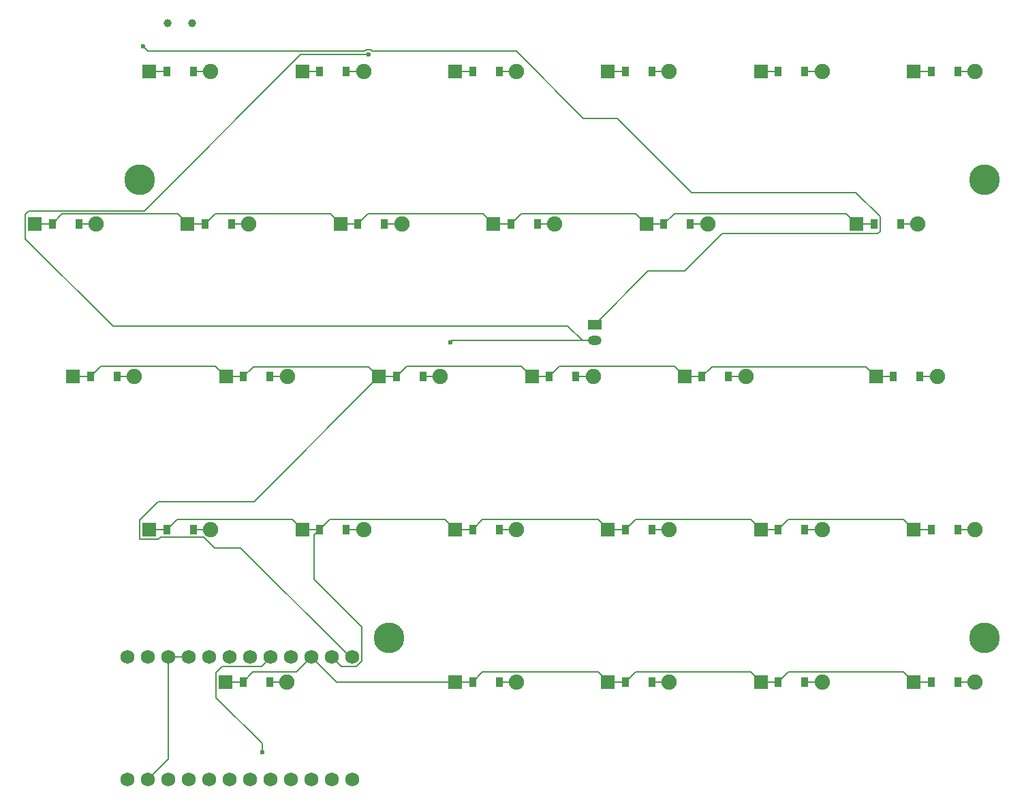
<source format=gbr>
%TF.GenerationSoftware,KiCad,Pcbnew,9.0.7*%
%TF.CreationDate,2026-01-20T23:17:06-08:00*%
%TF.ProjectId,right,72696768-742e-46b6-9963-61645f706362,v1.0.0*%
%TF.SameCoordinates,Original*%
%TF.FileFunction,Copper,L1,Top*%
%TF.FilePolarity,Positive*%
%FSLAX46Y46*%
G04 Gerber Fmt 4.6, Leading zero omitted, Abs format (unit mm)*
G04 Created by KiCad (PCBNEW 9.0.7) date 2026-01-20 23:17:06*
%MOMM*%
%LPD*%
G01*
G04 APERTURE LIST*
%TA.AperFunction,WasherPad*%
%ADD10C,1.000000*%
%TD*%
%TA.AperFunction,ComponentPad*%
%ADD11R,1.778000X1.778000*%
%TD*%
%TA.AperFunction,SMDPad,CuDef*%
%ADD12R,0.900000X1.200000*%
%TD*%
%TA.AperFunction,ComponentPad*%
%ADD13C,1.905000*%
%TD*%
%TA.AperFunction,ComponentPad*%
%ADD14C,3.800000*%
%TD*%
%TA.AperFunction,ComponentPad*%
%ADD15R,1.700000X1.200000*%
%TD*%
%TA.AperFunction,ComponentPad*%
%ADD16O,1.700000X1.200000*%
%TD*%
%TA.AperFunction,ComponentPad*%
%ADD17C,1.752600*%
%TD*%
%TA.AperFunction,ViaPad*%
%ADD18C,0.600000*%
%TD*%
%TA.AperFunction,Conductor*%
%ADD19C,0.200000*%
%TD*%
G04 APERTURE END LIST*
D10*
%TO.P,T1,*%
%TO.N,*%
X267500000Y-64500000D03*
X270500000Y-64500000D03*
%TD*%
D11*
%TO.P,D21,1*%
%TO.N,P029*%
X322190000Y-70500000D03*
D12*
X324350000Y-70500000D03*
%TO.P,D21,2*%
%TO.N,c5_num*%
X327650000Y-70500000D03*
D13*
X329810000Y-70500000D03*
%TD*%
D11*
%TO.P,D27,1*%
%TO.N,P011*%
X360190000Y-146500000D03*
D12*
X362350000Y-146500000D03*
%TO.P,D27,2*%
%TO.N,c7_mod*%
X365650000Y-146500000D03*
D13*
X367810000Y-146500000D03*
%TD*%
D11*
%TO.P,D17,1*%
%TO.N,P011*%
X322190000Y-146500000D03*
D12*
X324350000Y-146500000D03*
%TO.P,D17,2*%
%TO.N,c5_mod*%
X327650000Y-146500000D03*
D13*
X329810000Y-146500000D03*
%TD*%
D11*
%TO.P,D16,1*%
%TO.N,P029*%
X303190000Y-70500000D03*
D12*
X305350000Y-70500000D03*
%TO.P,D16,2*%
%TO.N,c4_num*%
X308650000Y-70500000D03*
D13*
X310810000Y-70500000D03*
%TD*%
D11*
%TO.P,D7,1*%
%TO.N,P011*%
X274665000Y-146500000D03*
D12*
X276825000Y-146500000D03*
%TO.P,D7,2*%
%TO.N,c3_mod*%
X280125000Y-146500000D03*
D13*
X282285000Y-146500000D03*
%TD*%
D11*
%TO.P,D1,1*%
%TO.N,P106*%
X255715000Y-108500000D03*
D12*
X257875000Y-108500000D03*
%TO.P,D1,2*%
%TO.N,c1_home*%
X261175000Y-108500000D03*
D13*
X263335000Y-108500000D03*
%TD*%
D11*
%TO.P,D4,1*%
%TO.N,P106*%
X274715000Y-108500000D03*
D12*
X276875000Y-108500000D03*
%TO.P,D4,2*%
%TO.N,c2_home*%
X280175000Y-108500000D03*
D13*
X282335000Y-108500000D03*
%TD*%
D11*
%TO.P,D2,1*%
%TO.N,P031*%
X250952500Y-89500000D03*
D12*
X253112500Y-89500000D03*
%TO.P,D2,2*%
%TO.N,c1_top*%
X256412500Y-89500000D03*
D13*
X258572500Y-89500000D03*
%TD*%
D11*
%TO.P,D18,1*%
%TO.N,P104*%
X322190000Y-127500000D03*
D12*
X324350000Y-127500000D03*
%TO.P,D18,2*%
%TO.N,c5_bottom*%
X327650000Y-127500000D03*
D13*
X329810000Y-127500000D03*
%TD*%
D11*
%TO.P,D14,1*%
%TO.N,P106*%
X312715000Y-108500000D03*
D12*
X314875000Y-108500000D03*
%TO.P,D14,2*%
%TO.N,c4_home*%
X318175000Y-108500000D03*
D13*
X320335000Y-108500000D03*
%TD*%
D14*
%TO.P,H1,*%
%TO.N,*%
X264000000Y-84000000D03*
%TD*%
D15*
%TO.P,JST1,1*%
%TO.N,pos*%
X320525000Y-102000000D03*
D16*
%TO.P,JST1,2*%
%TO.N,GND*%
X320525000Y-104000000D03*
%TD*%
D11*
%TO.P,D25,1*%
%TO.N,P031*%
X353096250Y-89500000D03*
D12*
X355256250Y-89500000D03*
%TO.P,D25,2*%
%TO.N,c6_top*%
X358556250Y-89500000D03*
D13*
X360716250Y-89500000D03*
%TD*%
D11*
%TO.P,D12,1*%
%TO.N,P011*%
X303190000Y-146500000D03*
D12*
X305350000Y-146500000D03*
%TO.P,D12,2*%
%TO.N,c4_mod*%
X308650000Y-146500000D03*
D13*
X310810000Y-146500000D03*
%TD*%
D11*
%TO.P,D13,1*%
%TO.N,P104*%
X303190000Y-127500000D03*
D12*
X305350000Y-127500000D03*
%TO.P,D13,2*%
%TO.N,c4_bottom*%
X308650000Y-127500000D03*
D13*
X310810000Y-127500000D03*
%TD*%
D11*
%TO.P,D8,1*%
%TO.N,P104*%
X284190000Y-127500000D03*
D12*
X286350000Y-127500000D03*
%TO.P,D8,2*%
%TO.N,c3_bottom*%
X289650000Y-127500000D03*
D13*
X291810000Y-127500000D03*
%TD*%
D11*
%TO.P,D5,1*%
%TO.N,P031*%
X269952500Y-89500000D03*
D12*
X272112500Y-89500000D03*
%TO.P,D5,2*%
%TO.N,c2_top*%
X275412500Y-89500000D03*
D13*
X277572500Y-89500000D03*
%TD*%
D17*
%TO.P,MCU1,1*%
%TO.N,P006*%
X262505000Y-143380000D03*
%TO.P,MCU1,2*%
%TO.N,P008*%
X265045000Y-143380000D03*
%TO.P,MCU1,3*%
%TO.N,GND*%
X267585000Y-143380000D03*
%TO.P,MCU1,4*%
X270125000Y-143380000D03*
%TO.P,MCU1,5*%
%TO.N,P017*%
X272665000Y-143380000D03*
%TO.P,MCU1,6*%
%TO.N,P020*%
X275205000Y-143380000D03*
%TO.P,MCU1,7*%
%TO.N,P022*%
X277745000Y-143380000D03*
%TO.P,MCU1,8*%
%TO.N,P024*%
X280285000Y-143380000D03*
%TO.P,MCU1,9*%
%TO.N,P100*%
X282825000Y-143380000D03*
%TO.P,MCU1,10*%
%TO.N,P011*%
X285365000Y-143380000D03*
%TO.P,MCU1,11*%
%TO.N,P104*%
X287905000Y-143380000D03*
%TO.P,MCU1,12*%
%TO.N,P106*%
X290445000Y-143380000D03*
%TO.P,MCU1,13*%
%TO.N,P009*%
X290445000Y-158620000D03*
%TO.P,MCU1,14*%
%TO.N,P010*%
X287905000Y-158620000D03*
%TO.P,MCU1,15*%
%TO.N,P111*%
X285365000Y-158620000D03*
%TO.P,MCU1,16*%
%TO.N,P113*%
X282825000Y-158620000D03*
%TO.P,MCU1,17*%
%TO.N,P115*%
X280285000Y-158620000D03*
%TO.P,MCU1,18*%
%TO.N,P002*%
X277745000Y-158620000D03*
%TO.P,MCU1,19*%
%TO.N,P029*%
X275205000Y-158620000D03*
%TO.P,MCU1,20*%
%TO.N,P031*%
X272665000Y-158620000D03*
%TO.P,MCU1,21*%
%TO.N,VCC*%
X270125000Y-158620000D03*
%TO.P,MCU1,22*%
%TO.N,RST*%
X267585000Y-158620000D03*
%TO.P,MCU1,23*%
%TO.N,GND*%
X265045000Y-158620000D03*
%TO.P,MCU1,24*%
%TO.N,RAW*%
X262505000Y-158620000D03*
%TD*%
D11*
%TO.P,D6,1*%
%TO.N,P029*%
X265190000Y-70500000D03*
D12*
X267350000Y-70500000D03*
%TO.P,D6,2*%
%TO.N,c2_num*%
X270650000Y-70500000D03*
D13*
X272810000Y-70500000D03*
%TD*%
D11*
%TO.P,D11,1*%
%TO.N,P029*%
X284190000Y-70500000D03*
D12*
X286350000Y-70500000D03*
%TO.P,D11,2*%
%TO.N,c3_num*%
X289650000Y-70500000D03*
D13*
X291810000Y-70500000D03*
%TD*%
D11*
%TO.P,D22,1*%
%TO.N,P011*%
X341190000Y-146500000D03*
D12*
X343350000Y-146500000D03*
%TO.P,D22,2*%
%TO.N,c6_mod*%
X346650000Y-146500000D03*
D13*
X348810000Y-146500000D03*
%TD*%
D11*
%TO.P,D19,1*%
%TO.N,P106*%
X331715000Y-108500000D03*
D12*
X333875000Y-108500000D03*
%TO.P,D19,2*%
%TO.N,c5_home*%
X337175000Y-108500000D03*
D13*
X339335000Y-108500000D03*
%TD*%
D11*
%TO.P,D23,1*%
%TO.N,P104*%
X341190000Y-127500000D03*
D12*
X343350000Y-127500000D03*
%TO.P,D23,2*%
%TO.N,c6_bottom*%
X346650000Y-127500000D03*
D13*
X348810000Y-127500000D03*
%TD*%
D11*
%TO.P,D3,1*%
%TO.N,P104*%
X265190000Y-127500000D03*
D12*
X267350000Y-127500000D03*
%TO.P,D3,2*%
%TO.N,c2_bottom*%
X270650000Y-127500000D03*
D13*
X272810000Y-127500000D03*
%TD*%
D11*
%TO.P,D29,1*%
%TO.N,P029*%
X360190000Y-70500000D03*
D12*
X362350000Y-70500000D03*
%TO.P,D29,2*%
%TO.N,c7_num*%
X365650000Y-70500000D03*
D13*
X367810000Y-70500000D03*
%TD*%
D11*
%TO.P,D26,1*%
%TO.N,P029*%
X341190000Y-70500000D03*
D12*
X343350000Y-70500000D03*
%TO.P,D26,2*%
%TO.N,c6_num*%
X346650000Y-70500000D03*
D13*
X348810000Y-70500000D03*
%TD*%
D11*
%TO.P,D15,1*%
%TO.N,P031*%
X307952500Y-89500000D03*
D12*
X310112500Y-89500000D03*
%TO.P,D15,2*%
%TO.N,c4_top*%
X313412500Y-89500000D03*
D13*
X315572500Y-89500000D03*
%TD*%
D11*
%TO.P,D10,1*%
%TO.N,P031*%
X288952500Y-89500000D03*
D12*
X291112500Y-89500000D03*
%TO.P,D10,2*%
%TO.N,c3_top*%
X294412500Y-89500000D03*
D13*
X296572500Y-89500000D03*
%TD*%
D11*
%TO.P,D20,1*%
%TO.N,P031*%
X326952500Y-89500000D03*
D12*
X329112500Y-89500000D03*
%TO.P,D20,2*%
%TO.N,c5_top*%
X332412500Y-89500000D03*
D13*
X334572500Y-89500000D03*
%TD*%
D14*
%TO.P,H3,*%
%TO.N,*%
X295000000Y-141000000D03*
%TD*%
%TO.P,H4,*%
%TO.N,*%
X369000000Y-141000000D03*
%TD*%
D11*
%TO.P,D24,1*%
%TO.N,P106*%
X355477500Y-108500000D03*
D12*
X357637500Y-108500000D03*
%TO.P,D24,2*%
%TO.N,c6_home*%
X360937500Y-108500000D03*
D13*
X363097500Y-108500000D03*
%TD*%
D11*
%TO.P,D9,1*%
%TO.N,P106*%
X293715000Y-108500000D03*
D12*
X295875000Y-108500000D03*
%TO.P,D9,2*%
%TO.N,c3_home*%
X299175000Y-108500000D03*
D13*
X301335000Y-108500000D03*
%TD*%
D14*
%TO.P,H2,*%
%TO.N,*%
X369000000Y-84000000D03*
%TD*%
D11*
%TO.P,D28,1*%
%TO.N,P104*%
X360190000Y-127500000D03*
D12*
X362350000Y-127500000D03*
%TO.P,D28,2*%
%TO.N,c7_bottom*%
X365650000Y-127500000D03*
D13*
X367810000Y-127500000D03*
%TD*%
D18*
%TO.N,P024*%
X279200000Y-155200000D03*
%TO.N,GND*%
X302600000Y-104200000D03*
X292400000Y-68400000D03*
%TO.N,pos*%
X264400000Y-67400000D03*
%TD*%
D19*
%TO.N,c1_home*%
X261175000Y-108500000D02*
X263335000Y-108500000D01*
%TO.N,c1_top*%
X256412500Y-89500000D02*
X258572500Y-89500000D01*
%TO.N,c2_bottom*%
X270650000Y-127500000D02*
X272810000Y-127500000D01*
%TO.N,c2_home*%
X280175000Y-108500000D02*
X282335000Y-108500000D01*
%TO.N,c2_top*%
X275412500Y-89500000D02*
X277572500Y-89500000D01*
%TO.N,c2_num*%
X270650000Y-70500000D02*
X272810000Y-70500000D01*
%TO.N,c3_mod*%
X280125000Y-146500000D02*
X282285000Y-146500000D01*
%TO.N,c3_bottom*%
X289650000Y-127500000D02*
X291810000Y-127500000D01*
%TO.N,c3_home*%
X299175000Y-108500000D02*
X301335000Y-108500000D01*
%TO.N,c3_top*%
X294412500Y-89500000D02*
X296572500Y-89500000D01*
%TO.N,c3_num*%
X289650000Y-70500000D02*
X291810000Y-70500000D01*
%TO.N,c4_mod*%
X310810000Y-146500000D02*
X308650000Y-146500000D01*
%TO.N,c4_bottom*%
X308650000Y-127500000D02*
X310810000Y-127500000D01*
%TO.N,c4_home*%
X318175000Y-108500000D02*
X320335000Y-108500000D01*
%TO.N,c4_top*%
X313412500Y-89500000D02*
X315572500Y-89500000D01*
%TO.N,c4_num*%
X308650000Y-70500000D02*
X310810000Y-70500000D01*
%TO.N,c5_mod*%
X329810000Y-146500000D02*
X327650000Y-146500000D01*
%TO.N,c5_bottom*%
X327650000Y-127500000D02*
X329810000Y-127500000D01*
%TO.N,c5_home*%
X337175000Y-108500000D02*
X339335000Y-108500000D01*
%TO.N,c5_top*%
X332412500Y-89500000D02*
X334572500Y-89500000D01*
%TO.N,c5_num*%
X329810000Y-70500000D02*
X327650000Y-70500000D01*
%TO.N,P024*%
X273475000Y-148380257D02*
X273475000Y-145325000D01*
X274242700Y-144557300D02*
X279107700Y-144557300D01*
X273475000Y-145325000D02*
X274242700Y-144557300D01*
X279107700Y-144557300D02*
X280285000Y-143380000D01*
X279200000Y-154105257D02*
X273475000Y-148380257D01*
X279200000Y-155200000D02*
X279200000Y-154105257D01*
%TO.N,c6_mod*%
X346650000Y-146500000D02*
X348810000Y-146500000D01*
%TO.N,c6_bottom*%
X348810000Y-127500000D02*
X346650000Y-127500000D01*
%TO.N,c6_home*%
X360937500Y-108500000D02*
X363097500Y-108500000D01*
%TO.N,c6_top*%
X360716250Y-89500000D02*
X358556250Y-89500000D01*
%TO.N,c6_num*%
X346650000Y-70500000D02*
X348810000Y-70500000D01*
%TO.N,c7_mod*%
X365650000Y-146500000D02*
X367810000Y-146500000D01*
%TO.N,c7_bottom*%
X367810000Y-127500000D02*
X365650000Y-127500000D01*
%TO.N,c7_num*%
X365650000Y-70500000D02*
X367810000Y-70500000D01*
%TO.N,GND*%
X319000000Y-104000000D02*
X320525000Y-104000000D01*
X249762500Y-88310000D02*
X249762500Y-91316189D01*
X317200000Y-102200000D02*
X319000000Y-104000000D01*
X302800000Y-104000000D02*
X320525000Y-104000000D01*
X284000000Y-68400000D02*
X264554500Y-87845500D01*
X264554500Y-87845500D02*
X250227000Y-87845500D01*
X250227000Y-87845500D02*
X249762500Y-88310000D01*
X302600000Y-104200000D02*
X302800000Y-104000000D01*
X292400000Y-68400000D02*
X284000000Y-68400000D01*
X267585000Y-156080000D02*
X265045000Y-158620000D01*
X249762500Y-91316189D02*
X260646311Y-102200000D01*
X267585000Y-143380000D02*
X270125000Y-143380000D01*
X260646311Y-102200000D02*
X317200000Y-102200000D01*
X267585000Y-143380000D02*
X267585000Y-156080000D01*
%TO.N,P031*%
X292366000Y-88246500D02*
X306699000Y-88246500D01*
X325652500Y-88200000D02*
X326952500Y-89500000D01*
X250952500Y-89500000D02*
X253112500Y-89500000D01*
X326952500Y-89500000D02*
X329112500Y-89500000D01*
X273366000Y-88246500D02*
X287699000Y-88246500D01*
X311412500Y-88200000D02*
X325652500Y-88200000D01*
X355256250Y-89500000D02*
X353096250Y-89500000D01*
X310112500Y-89500000D02*
X311412500Y-88200000D01*
X269952500Y-89500000D02*
X272112500Y-89500000D01*
X330412500Y-88200000D02*
X351796250Y-88200000D01*
X291112500Y-89500000D02*
X292366000Y-88246500D01*
X307952500Y-89500000D02*
X310112500Y-89500000D01*
X268699000Y-88246500D02*
X269952500Y-89500000D01*
X254366000Y-88246500D02*
X268699000Y-88246500D01*
X351796250Y-88200000D02*
X353096250Y-89500000D01*
X253112500Y-89500000D02*
X254366000Y-88246500D01*
X287699000Y-88246500D02*
X288952500Y-89500000D01*
X272112500Y-89500000D02*
X273366000Y-88246500D01*
X329112500Y-89500000D02*
X330412500Y-88200000D01*
X306699000Y-88246500D02*
X307952500Y-89500000D01*
X288952500Y-89500000D02*
X291112500Y-89500000D01*
%TO.N,P029*%
X360190000Y-70500000D02*
X362350000Y-70500000D01*
X324350000Y-70500000D02*
X322190000Y-70500000D01*
X284190000Y-70500000D02*
X286350000Y-70500000D01*
X341190000Y-70500000D02*
X343350000Y-70500000D01*
X303190000Y-70500000D02*
X305350000Y-70500000D01*
X265190000Y-70500000D02*
X267350000Y-70500000D01*
%TO.N,P011*%
X325603500Y-145246500D02*
X339936500Y-145246500D01*
X358936500Y-145246500D02*
X360190000Y-146500000D01*
X344603500Y-145246500D02*
X358936500Y-145246500D01*
X324350000Y-146500000D02*
X322190000Y-146500000D01*
X288485000Y-146500000D02*
X303190000Y-146500000D01*
X324350000Y-146500000D02*
X325603500Y-145246500D01*
X283498500Y-145246500D02*
X285365000Y-143380000D01*
X341190000Y-146500000D02*
X343350000Y-146500000D01*
X305350000Y-146500000D02*
X303190000Y-146500000D01*
X343350000Y-146500000D02*
X344603500Y-145246500D01*
X305350000Y-146500000D02*
X306603500Y-145246500D01*
X276825000Y-146500000D02*
X278078500Y-145246500D01*
X320936500Y-145246500D02*
X322190000Y-146500000D01*
X285365000Y-143380000D02*
X288485000Y-146500000D01*
X274665000Y-146500000D02*
X276825000Y-146500000D01*
X306603500Y-145246500D02*
X320936500Y-145246500D01*
X278078500Y-145246500D02*
X283498500Y-145246500D01*
X362350000Y-146500000D02*
X360190000Y-146500000D01*
X339936500Y-145246500D02*
X341190000Y-146500000D01*
%TO.N,P104*%
X320936500Y-126246500D02*
X322190000Y-127500000D01*
X284190000Y-127500000D02*
X286350000Y-127500000D01*
X291622300Y-143867654D02*
X290932654Y-144557300D01*
X339936500Y-126246500D02*
X341190000Y-127500000D01*
X305350000Y-127500000D02*
X306603500Y-126246500D01*
X343350000Y-127500000D02*
X344603500Y-126246500D01*
X306603500Y-126246500D02*
X320936500Y-126246500D01*
X291622300Y-139624591D02*
X291622300Y-143867654D01*
X285655100Y-133657391D02*
X291622300Y-139624591D01*
X344603500Y-126246500D02*
X358936500Y-126246500D01*
X267350000Y-127500000D02*
X268603500Y-126246500D01*
X285655100Y-128194900D02*
X285655100Y-133657391D01*
X287603500Y-126246500D02*
X301936500Y-126246500D01*
X324350000Y-127500000D02*
X325603500Y-126246500D01*
X290932654Y-144557300D02*
X289082300Y-144557300D01*
X343350000Y-127500000D02*
X341190000Y-127500000D01*
X286350000Y-127500000D02*
X285655100Y-128194900D01*
X268603500Y-126246500D02*
X282936500Y-126246500D01*
X286350000Y-127500000D02*
X287603500Y-126246500D01*
X325603500Y-126246500D02*
X339936500Y-126246500D01*
X301936500Y-126246500D02*
X303190000Y-127500000D01*
X289082300Y-144557300D02*
X287905000Y-143380000D01*
X303190000Y-127500000D02*
X305350000Y-127500000D01*
X322190000Y-127500000D02*
X324350000Y-127500000D01*
X358936500Y-126246500D02*
X360190000Y-127500000D01*
X265190000Y-127500000D02*
X267350000Y-127500000D01*
X362350000Y-127500000D02*
X360190000Y-127500000D01*
X282936500Y-126246500D02*
X284190000Y-127500000D01*
%TO.N,P106*%
X354224000Y-107246500D02*
X355477500Y-108500000D01*
X259175000Y-107200000D02*
X273415000Y-107200000D01*
X314875000Y-108500000D02*
X316175000Y-107200000D01*
X316175000Y-107200000D02*
X330415000Y-107200000D01*
X290142291Y-143380000D02*
X290445000Y-143380000D01*
X355477500Y-108500000D02*
X357637500Y-108500000D01*
X335128500Y-107246500D02*
X354224000Y-107246500D01*
X264000000Y-128690000D02*
X266310000Y-128690000D01*
X266599000Y-128401000D02*
X271938283Y-128401000D01*
X266310000Y-128690000D02*
X266599000Y-128401000D01*
X312715000Y-108500000D02*
X314875000Y-108500000D01*
X293715000Y-108500000D02*
X278200000Y-124015000D01*
X271938283Y-128401000D02*
X273335383Y-129798100D01*
X293715000Y-108500000D02*
X295875000Y-108500000D01*
X330415000Y-107200000D02*
X331715000Y-108500000D01*
X278128500Y-107246500D02*
X292461500Y-107246500D01*
X276560391Y-129798100D02*
X290142291Y-143380000D01*
X333875000Y-108500000D02*
X335128500Y-107246500D01*
X274715000Y-108500000D02*
X276875000Y-108500000D01*
X257875000Y-108500000D02*
X259175000Y-107200000D01*
X264000000Y-126310000D02*
X264000000Y-128690000D01*
X292461500Y-107246500D02*
X293715000Y-108500000D01*
X273415000Y-107200000D02*
X274715000Y-108500000D01*
X311415000Y-107200000D02*
X312715000Y-108500000D01*
X297175000Y-107200000D02*
X311415000Y-107200000D01*
X255715000Y-108500000D02*
X257875000Y-108500000D01*
X266295000Y-124015000D02*
X264000000Y-126310000D01*
X278200000Y-124015000D02*
X266295000Y-124015000D01*
X276875000Y-108500000D02*
X278128500Y-107246500D01*
X331715000Y-108500000D02*
X333875000Y-108500000D01*
X273335383Y-129798100D02*
X276560391Y-129798100D01*
X295875000Y-108500000D02*
X297175000Y-107200000D01*
%TO.N,pos*%
X323342609Y-76344900D02*
X332600000Y-85602291D01*
X310800000Y-68000000D02*
X319144900Y-76344900D01*
X264400000Y-67400000D02*
X265000000Y-68000000D01*
X283832900Y-68000000D02*
X283833900Y-67999000D01*
X283833900Y-67999000D02*
X291951057Y-67999000D01*
X265000000Y-68000000D02*
X283832900Y-68000000D01*
X336388689Y-90690000D02*
X331733789Y-95344900D01*
X292648943Y-67799000D02*
X292849943Y-68000000D01*
X356007250Y-88599000D02*
X356007250Y-90401000D01*
X355718250Y-90690000D02*
X336388689Y-90690000D01*
X327180100Y-95344900D02*
X320525000Y-102000000D01*
X319144900Y-76344900D02*
X323342609Y-76344900D01*
X356007250Y-90401000D02*
X355718250Y-90690000D01*
X291951057Y-67999000D02*
X292151057Y-67799000D01*
X292849943Y-68000000D02*
X310800000Y-68000000D01*
X353010541Y-85602291D02*
X356007250Y-88599000D01*
X331733789Y-95344900D02*
X327180100Y-95344900D01*
X292151057Y-67799000D02*
X292648943Y-67799000D01*
X332600000Y-85602291D02*
X353010541Y-85602291D01*
%TD*%
M02*

</source>
